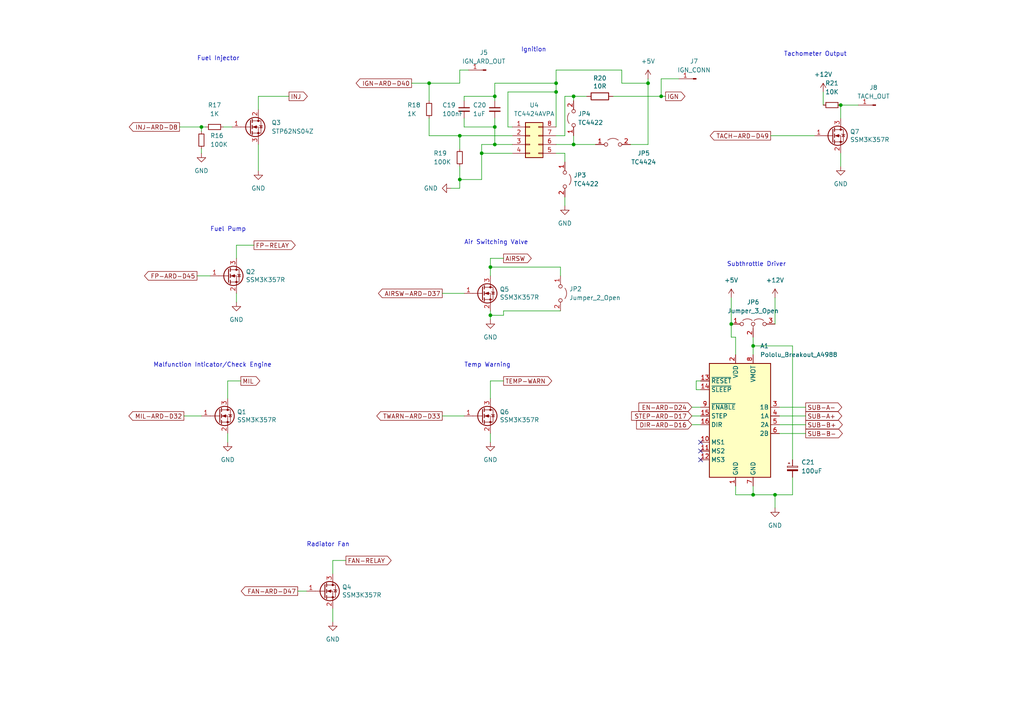
<source format=kicad_sch>
(kicad_sch (version 20211123) (generator eeschema)
  (paper "A4")
  (lib_symbols
    (symbol "Connector:Conn_01x01_Male" (pin_names (offset 1.016) hide)
      (property "Reference" "J" (at 0 2.54 0))
      (property "Value" "Conn_01x01_Male" (at 0 -2.54 0))
      (symbol "Conn_01x01_Male_1_1"
        (polyline (pts (xy 1.27 0) (xy 0.8636 0)) (stroke (width 0.1524)))
        (rectangle (start 0.8636 0.127) (end 0 -0.127) (stroke (width 0.1524)) (fill (type outline)))
        (pin passive line (at 5.08 0 180) (length 3.81) (name "Pin_1") (number "1"))
      )
    )
    (symbol "Connector_Generic:Conn_02x04_Counter_Clockwise" (pin_names (offset 1.016) hide)
      (property "Reference" "J" (at 1.27 5.08 0))
      (property "Value" "Conn_02x04_Counter_Clockwise" (at 1.27 -7.62 0))
      (symbol "Conn_02x04_Counter_Clockwise_1_1"
        (rectangle (start -1.27 -4.953) (end 0 -5.207) (stroke (width 0.1524)))
        (rectangle (start -1.27 -2.413) (end 0 -2.667) (stroke (width 0.1524)))
        (rectangle (start -1.27 0.127) (end 0 -0.127) (stroke (width 0.1524)))
        (rectangle (start -1.27 2.667) (end 0 2.413) (stroke (width 0.1524)))
        (rectangle (start -1.27 3.81) (end 3.81 -6.35) (stroke (width 0.254)) (fill (type background)))
        (rectangle (start 3.81 -4.953) (end 2.54 -5.207) (stroke (width 0.1524)))
        (rectangle (start 3.81 -2.413) (end 2.54 -2.667) (stroke (width 0.1524)))
        (rectangle (start 3.81 0.127) (end 2.54 -0.127) (stroke (width 0.1524)))
        (rectangle (start 3.81 2.667) (end 2.54 2.413) (stroke (width 0.1524)))
        (pin passive line (at -5.08 2.54 0) (length 3.81) (name "Pin_1") (number "1"))
        (pin passive line (at -5.08 0 0) (length 3.81) (name "Pin_2") (number "2"))
        (pin passive line (at -5.08 -2.54 0) (length 3.81) (name "Pin_3") (number "3"))
        (pin passive line (at -5.08 -5.08 0) (length 3.81) (name "Pin_4") (number "4"))
        (pin passive line (at 7.62 -5.08 180) (length 3.81) (name "Pin_5") (number "5"))
        (pin passive line (at 7.62 -2.54 180) (length 3.81) (name "Pin_6") (number "6"))
        (pin passive line (at 7.62 0 180) (length 3.81) (name "Pin_7") (number "7"))
        (pin passive line (at 7.62 2.54 180) (length 3.81) (name "Pin_8") (number "8"))
      )
    )
    (symbol "Device:C_Polarized_Small" (pin_numbers hide) (pin_names (offset 0.254) hide)
      (property "Reference" "C" (at 0.254 1.778 0))
      (property "Value" "C_Polarized_Small" (at 0.254 -2.032 0))
      (symbol "C_Polarized_Small_0_1"
        (rectangle (start -1.524 -0.3048) (end 1.524 -0.6858) (fill (type outline)))
        (rectangle (start -1.524 0.6858) (end 1.524 0.3048))
        (polyline (pts (xy -1.27 1.524) (xy -0.762 1.524)))
        (polyline (pts (xy -1.016 1.27) (xy -1.016 1.778)))
      )
      (symbol "C_Polarized_Small_1_1"
        (pin passive line (at 0 2.54 270) (length 1.8542) (name "~") (number "1"))
        (pin passive line (at 0 -2.54 90) (length 1.8542) (name "~") (number "2"))
      )
    )
    (symbol "Device:C_Small" (pin_numbers hide) (pin_names (offset 0.254) hide)
      (property "Reference" "C" (at 0.254 1.778 0))
      (property "Value" "C_Small" (at 0.254 -2.032 0))
      (symbol "C_Small_0_1"
        (polyline (pts (xy -1.524 -0.508) (xy 1.524 -0.508)) (stroke (width 0.3302)))
        (polyline (pts (xy -1.524 0.508) (xy 1.524 0.508)) (stroke (width 0.3048)))
      )
      (symbol "C_Small_1_1"
        (pin passive line (at 0 2.54 270) (length 2.032) (name "~") (number "1"))
        (pin passive line (at 0 -2.54 90) (length 2.032) (name "~") (number "2"))
      )
    )
    (symbol "Device:R" (pin_numbers hide) (pin_names (offset 0))
      (property "Reference" "R" (at 2.032 0 90))
      (property "Value" "R" (at 0 0 90))
      (symbol "R_0_1"
        (rectangle (start -1.016 -2.54) (end 1.016 2.54) (stroke (width 0.254)))
      )
      (symbol "R_1_1"
        (pin passive line (at 0 3.81 270) (length 1.27) (name "~") (number "1"))
        (pin passive line (at 0 -3.81 90) (length 1.27) (name "~") (number "2"))
      )
    )
    (symbol "Device:R_Small" (pin_numbers hide) (pin_names (offset 0.254) hide)
      (property "Reference" "R" (at 0.762 0.508 0))
      (property "Value" "R_Small" (at 0.762 -1.016 0))
      (symbol "R_Small_0_1"
        (rectangle (start -0.762 1.778) (end 0.762 -1.778) (stroke (width 0.2032)))
      )
      (symbol "R_Small_1_1"
        (pin passive line (at 0 2.54 270) (length 0.762) (name "~") (number "1"))
        (pin passive line (at 0 -2.54 90) (length 0.762) (name "~") (number "2"))
      )
    )
    (symbol "Driver_Motor:Pololu_Breakout_A4988"
      (property "Reference" "A" (at -2.54 19.05 0))
      (property "Value" "Pololu_Breakout_A4988" (at -2.54 16.51 0))
      (symbol "Pololu_Breakout_A4988_0_1"
        (rectangle (start 10.16 -17.78) (end -7.62 15.24) (stroke (width 0.254)) (fill (type background)))
      )
      (symbol "Pololu_Breakout_A4988_1_1"
        (pin power_in line (at 0 -20.32 90) (length 2.54) (name "GND") (number "1"))
        (pin input line (at -10.16 -7.62 0) (length 2.54) (name "MS1") (number "10"))
        (pin input line (at -10.16 -10.16 0) (length 2.54) (name "MS2") (number "11"))
        (pin input line (at -10.16 -12.7 0) (length 2.54) (name "MS3") (number "12"))
        (pin input line (at -10.16 10.16 0) (length 2.54) (name "~{RESET}") (number "13"))
        (pin input line (at -10.16 7.62 0) (length 2.54) (name "~{SLEEP}") (number "14"))
        (pin input line (at -10.16 0 0) (length 2.54) (name "STEP") (number "15"))
        (pin input line (at -10.16 -2.54 0) (length 2.54) (name "DIR") (number "16"))
        (pin power_in line (at 0 17.78 270) (length 2.54) (name "VDD") (number "2"))
        (pin output line (at 12.7 2.54 180) (length 2.54) (name "1B") (number "3"))
        (pin output line (at 12.7 0 180) (length 2.54) (name "1A") (number "4"))
        (pin output line (at 12.7 -2.54 180) (length 2.54) (name "2A") (number "5"))
        (pin output line (at 12.7 -5.08 180) (length 2.54) (name "2B") (number "6"))
        (pin power_in line (at 5.08 -20.32 90) (length 2.54) (name "GND") (number "7"))
        (pin power_in line (at 5.08 17.78 270) (length 2.54) (name "VMOT") (number "8"))
        (pin input line (at -10.16 2.54 0) (length 2.54) (name "~{ENABLE}") (number "9"))
      )
    )
    (symbol "Jumper:Jumper_2_Open" (pin_names (offset 0) hide)
      (property "Reference" "JP" (at 0 2.794 0))
      (property "Value" "Jumper_2_Open" (at 0 -2.286 0))
      (symbol "Jumper_2_Open_0_0"
        (circle (center -2.032 0) (radius 0.508))
        (circle (center 2.032 0) (radius 0.508))
      )
      (symbol "Jumper_2_Open_0_1"
        (arc (start 1.524 1.27) (mid 0 1.778) (end -1.524 1.27))
      )
      (symbol "Jumper_2_Open_1_1"
        (pin passive line (at -5.08 0 0) (length 2.54) (name "A") (number "1"))
        (pin passive line (at 5.08 0 180) (length 2.54) (name "B") (number "2"))
      )
    )
    (symbol "Jumper:Jumper_3_Open" (pin_names (offset 0) hide)
      (property "Reference" "JP" (at -2.54 -2.54 0))
      (property "Value" "Jumper_3_Open" (at 0 2.794 0))
      (symbol "Jumper_3_Open_0_0"
        (circle (center -3.302 0) (radius 0.508))
        (circle (center 0 0) (radius 0.508))
        (circle (center 3.302 0) (radius 0.508))
      )
      (symbol "Jumper_3_Open_0_1"
        (arc (start -0.254 1.016) (mid -1.651 1.4992) (end -3.048 1.016))
        (polyline (pts (xy 0 -0.508) (xy 0 -1.27)))
        (arc (start 3.048 1.016) (mid 1.651 1.4992) (end 0.254 1.016))
      )
      (symbol "Jumper_3_Open_1_1"
        (pin passive line (at -6.35 0 0) (length 2.54) (name "A") (number "1"))
        (pin input line (at 0 -3.81 90) (length 2.54) (name "C") (number "2"))
        (pin passive line (at 6.35 0 180) (length 2.54) (name "B") (number "3"))
      )
    )
    (symbol "Transistor_FET:2N7002" (pin_names hide)
      (property "Reference" "Q" (at 5.08 1.905 0))
      (property "Value" "2N7002" (at 5.08 0 0))
      (symbol "2N7002_0_1"
        (polyline (pts (xy 0.254 0) (xy -2.54 0)))
        (polyline (pts (xy 0.254 1.905) (xy 0.254 -1.905)) (stroke (width 0.254)))
        (polyline (pts (xy 0.762 -1.27) (xy 0.762 -2.286)) (stroke (width 0.254)))
        (polyline (pts (xy 0.762 0.508) (xy 0.762 -0.508)) (stroke (width 0.254)))
        (polyline (pts (xy 0.762 2.286) (xy 0.762 1.27)) (stroke (width 0.254)))
        (polyline (pts (xy 2.54 2.54) (xy 2.54 1.778)))
        (polyline (pts (xy 2.54 -2.54) (xy 2.54 0) (xy 0.762 0)))
        (polyline (pts (xy 0.762 -1.778) (xy 3.302 -1.778) (xy 3.302 1.778) (xy 0.762 1.778)))
        (polyline (pts (xy 1.016 0) (xy 2.032 0.381) (xy 2.032 -0.381) (xy 1.016 0)) (fill (type outline)))
        (polyline (pts (xy 2.794 0.508) (xy 2.921 0.381) (xy 3.683 0.381) (xy 3.81 0.254)))
        (polyline (pts (xy 3.302 0.381) (xy 2.921 -0.254) (xy 3.683 -0.254) (xy 3.302 0.381)))
        (circle (center 1.651 0) (radius 2.794) (stroke (width 0.254)))
        (circle (center 2.54 -1.778) (radius 0.254) (fill (type outline)))
        (circle (center 2.54 1.778) (radius 0.254) (fill (type outline)))
      )
      (symbol "2N7002_1_1"
        (pin input line (at -5.08 0 0) (length 2.54) (name "G") (number "1"))
        (pin passive line (at 2.54 -5.08 90) (length 2.54) (name "S") (number "2"))
        (pin passive line (at 2.54 5.08 270) (length 2.54) (name "D") (number "3"))
      )
    )
    (symbol "Transistor_FET:BUZ11" (pin_names hide)
      (property "Reference" "Q" (at 6.35 1.905 0))
      (property "Value" "BUZ11" (at 6.35 0 0))
      (symbol "BUZ11_0_1"
        (polyline (pts (xy 0.254 0) (xy -2.54 0)))
        (polyline (pts (xy 0.254 1.905) (xy 0.254 -1.905)) (stroke (width 0.254)))
        (polyline (pts (xy 0.762 -1.27) (xy 0.762 -2.286)) (stroke (width 0.254)))
        (polyline (pts (xy 0.762 0.508) (xy 0.762 -0.508)) (stroke (width 0.254)))
        (polyline (pts (xy 0.762 2.286) (xy 0.762 1.27)) (stroke (width 0.254)))
        (polyline (pts (xy 2.54 2.54) (xy 2.54 1.778)))
        (polyline (pts (xy 2.54 -2.54) (xy 2.54 0) (xy 0.762 0)))
        (polyline (pts (xy 0.762 -1.778) (xy 3.302 -1.778) (xy 3.302 1.778) (xy 0.762 1.778)))
        (polyline (pts (xy 1.016 0) (xy 2.032 0.381) (xy 2.032 -0.381) (xy 1.016 0)) (fill (type outline)))
        (polyline (pts (xy 2.794 0.508) (xy 2.921 0.381) (xy 3.683 0.381) (xy 3.81 0.254)))
        (polyline (pts (xy 3.302 0.381) (xy 2.921 -0.254) (xy 3.683 -0.254) (xy 3.302 0.381)))
        (circle (center 1.651 0) (radius 2.794) (stroke (width 0.254)))
        (circle (center 2.54 -1.778) (radius 0.254) (fill (type outline)))
        (circle (center 2.54 1.778) (radius 0.254) (fill (type outline)))
      )
      (symbol "BUZ11_1_1"
        (pin input line (at -5.08 0 0) (length 2.54) (name "G") (number "1"))
        (pin passive line (at 2.54 5.08 270) (length 2.54) (name "D") (number "2"))
        (pin passive line (at 2.54 -5.08 90) (length 2.54) (name "S") (number "3"))
      )
    )
    (symbol "power:+12V" (power) (pin_names (offset 0))
      (property "Value" "+12V" (at 0 3.556 0))
      (symbol "+12V_0_1"
        (polyline (pts (xy -0.762 1.27) (xy 0 2.54)))
        (polyline (pts (xy 0 0) (xy 0 2.54)))
        (polyline (pts (xy 0 2.54) (xy 0.762 1.27)))
      )
      (symbol "+12V_1_1"
        (pin power_in line (at 0 0 90) (length 0) hide (name "+12V") (number "1"))
      )
    )
    (symbol "power:+5V" (power) (pin_names (offset 0))
      (property "Value" "+5V" (at 0 3.556 0))
      (symbol "+5V_0_1"
        (polyline (pts (xy -0.762 1.27) (xy 0 2.54)))
        (polyline (pts (xy 0 0) (xy 0 2.54)))
        (polyline (pts (xy 0 2.54) (xy 0.762 1.27)))
      )
      (symbol "+5V_1_1"
        (pin power_in line (at 0 0 90) (length 0) hide (name "+5V") (number "1"))
      )
    )
    (symbol "power:GND" (power) (pin_names (offset 0))
      (property "Value" "GND" (at 0 -3.81 0))
      (symbol "GND_0_1"
        (polyline (pts (xy 0 0) (xy 0 -1.27) (xy 1.27 -1.27) (xy 0 -2.54) (xy -1.27 -1.27) (xy 0 -1.27)))
      )
      (symbol "GND_1_1"
        (pin power_in line (at 0 0 270) (length 0) hide (name "GND") (number "1"))
      )
    )
  )
  (junction (at 58.42 36.83))
  (junction (at 142.24 77.47))
  (junction (at 133.35 52.07))
  (junction (at 218.44 143.51))
  (junction (at 139.7 44.45))
  (junction (at 218.44 100.33))
  (junction (at 224.79 143.51))
  (junction (at 143.51 36.83))
  (junction (at 143.51 27.94))
  (junction (at 166.37 27.94))
  (junction (at 161.29 24.13))
  (junction (at 212.09 93.98))
  (junction (at 191.77 27.94))
  (junction (at 143.51 41.91))
  (junction (at 166.37 41.91))
  (junction (at 124.46 24.13))
  (junction (at 161.29 26.67))
  (junction (at 142.24 91.44))
  (junction (at 187.96 24.13))
  (junction (at 243.84 30.48))
  (junction (at 133.35 39.37))
  (no_connect (at 203.2 128.27))
  (no_connect (at 203.2 130.81))
  (no_connect (at 203.2 133.35))
  (wire (pts (xy 218.44 143.51) (xy 224.79 143.51)))
  (wire (pts (xy 161.29 26.67) (xy 161.29 36.83)))
  (wire (pts (xy 238.76 26.67) (xy 238.76 30.48)))
  (wire (pts (xy 212.09 97.79) (xy 212.09 93.98)))
  (wire (pts (xy 58.42 36.83) (xy 59.69 36.83)))
  (wire (pts (xy 124.46 34.29) (xy 124.46 39.37)))
  (wire (pts (xy 147.32 36.83) (xy 148.59 36.83)))
  (wire (pts (xy 180.34 20.32) (xy 180.34 24.13)))
  (wire (pts (xy 147.32 36.83) (xy 147.32 26.67)))
  (wire (pts (xy 243.84 44.45) (xy 243.84 48.26)))
  (wire (pts (xy 226.06 118.11) (xy 233.68 118.11)))
  (wire (pts (xy 213.36 102.87) (xy 213.36 97.79)))
  (wire (pts (xy 74.93 27.94) (xy 74.93 31.75)))
  (wire (pts (xy 163.83 27.94) (xy 166.37 27.94)))
  (wire (pts (xy 200.66 120.65) (xy 203.2 120.65)))
  (wire (pts (xy 66.04 125.73) (xy 66.04 128.27)))
  (wire (pts (xy 58.42 43.18) (xy 58.42 44.45)))
  (wire (pts (xy 143.51 24.13) (xy 161.29 24.13)))
  (wire (pts (xy 143.51 27.94) (xy 143.51 24.13)))
  (wire (pts (xy 163.83 44.45) (xy 163.83 46.99)))
  (wire (pts (xy 139.7 44.45) (xy 148.59 44.45)))
  (wire (pts (xy 142.24 77.47) (xy 142.24 80.01)))
  (wire (pts (xy 161.29 44.45) (xy 163.83 44.45)))
  (wire (pts (xy 68.58 71.12) (xy 73.66 71.12)))
  (wire (pts (xy 74.93 41.91) (xy 74.93 49.53)))
  (wire (pts (xy 134.62 36.83) (xy 143.51 36.83)))
  (wire (pts (xy 166.37 27.94) (xy 170.18 27.94)))
  (wire (pts (xy 133.35 39.37) (xy 133.35 43.18)))
  (wire (pts (xy 161.29 20.32) (xy 180.34 20.32)))
  (wire (pts (xy 163.83 39.37) (xy 163.83 27.94)))
  (wire (pts (xy 142.24 125.73) (xy 142.24 128.27)))
  (wire (pts (xy 180.34 24.13) (xy 187.96 24.13)))
  (wire (pts (xy 212.09 86.36) (xy 212.09 93.98)))
  (wire (pts (xy 134.62 34.29) (xy 134.62 36.83)))
  (wire (pts (xy 133.35 52.07) (xy 133.35 54.61)))
  (wire (pts (xy 162.56 77.47) (xy 162.56 80.01)))
  (wire (pts (xy 143.51 36.83) (xy 143.51 41.91)))
  (wire (pts (xy 53.34 120.65) (xy 58.42 120.65)))
  (wire (pts (xy 64.77 36.83) (xy 67.31 36.83)))
  (wire (pts (xy 143.51 34.29) (xy 143.51 36.83)))
  (wire (pts (xy 146.05 110.49) (xy 142.24 110.49)))
  (wire (pts (xy 224.79 143.51) (xy 224.79 147.32)))
  (wire (pts (xy 218.44 100.33) (xy 229.87 100.33)))
  (wire (pts (xy 134.62 29.21) (xy 134.62 27.94)))
  (wire (pts (xy 161.29 39.37) (xy 163.83 39.37)))
  (wire (pts (xy 133.35 24.13) (xy 133.35 20.32)))
  (wire (pts (xy 161.29 41.91) (xy 166.37 41.91)))
  (wire (pts (xy 96.52 176.53) (xy 96.52 180.34)))
  (wire (pts (xy 134.62 27.94) (xy 143.51 27.94)))
  (wire (pts (xy 200.66 123.19) (xy 203.2 123.19)))
  (wire (pts (xy 86.36 171.45) (xy 88.9 171.45)))
  (wire (pts (xy 124.46 24.13) (xy 119.38 24.13)))
  (wire (pts (xy 68.58 85.09) (xy 68.58 87.63)))
  (wire (pts (xy 139.7 44.45) (xy 139.7 52.07)))
  (wire (pts (xy 201.93 110.49) (xy 203.2 110.49)))
  (wire (pts (xy 133.35 52.07) (xy 133.35 48.26)))
  (wire (pts (xy 58.42 36.83) (xy 58.42 38.1)))
  (wire (pts (xy 201.93 113.03) (xy 201.93 110.49)))
  (wire (pts (xy 200.66 118.11) (xy 203.2 118.11)))
  (wire (pts (xy 142.24 74.93) (xy 142.24 77.47)))
  (wire (pts (xy 147.32 26.67) (xy 161.29 26.67)))
  (wire (pts (xy 203.2 113.03) (xy 201.93 113.03)))
  (wire (pts (xy 243.84 30.48) (xy 243.84 34.29)))
  (wire (pts (xy 133.35 24.13) (xy 124.46 24.13)))
  (wire (pts (xy 139.7 41.91) (xy 139.7 44.45)))
  (wire (pts (xy 177.8 27.94) (xy 191.77 27.94)))
  (wire (pts (xy 96.52 162.56) (xy 96.52 166.37)))
  (wire (pts (xy 166.37 41.91) (xy 172.72 41.91)))
  (wire (pts (xy 74.93 27.94) (xy 83.82 27.94)))
  (wire (pts (xy 218.44 97.79) (xy 218.44 100.33)))
  (wire (pts (xy 139.7 41.91) (xy 143.51 41.91)))
  (wire (pts (xy 218.44 100.33) (xy 218.44 102.87)))
  (wire (pts (xy 226.06 123.19) (xy 233.68 123.19)))
  (wire (pts (xy 146.05 90.17) (xy 146.05 91.44)))
  (wire (pts (xy 142.24 77.47) (xy 162.56 77.47)))
  (wire (pts (xy 213.36 143.51) (xy 218.44 143.51)))
  (wire (pts (xy 133.35 39.37) (xy 148.59 39.37)))
  (wire (pts (xy 213.36 140.97) (xy 213.36 143.51)))
  (wire (pts (xy 243.84 30.48) (xy 248.92 30.48)))
  (wire (pts (xy 143.51 41.91) (xy 148.59 41.91)))
  (wire (pts (xy 128.27 120.65) (xy 134.62 120.65)))
  (wire (pts (xy 161.29 20.32) (xy 161.29 24.13)))
  (wire (pts (xy 191.77 22.86) (xy 196.85 22.86)))
  (wire (pts (xy 229.87 100.33) (xy 229.87 133.35)))
  (wire (pts (xy 163.83 57.15) (xy 163.83 59.69)))
  (wire (pts (xy 124.46 39.37) (xy 133.35 39.37)))
  (wire (pts (xy 166.37 27.94) (xy 166.37 29.21)))
  (wire (pts (xy 226.06 120.65) (xy 233.68 120.65)))
  (wire (pts (xy 52.07 36.83) (xy 58.42 36.83)))
  (wire (pts (xy 128.27 85.09) (xy 134.62 85.09)))
  (wire (pts (xy 143.51 29.21) (xy 143.51 27.94)))
  (wire (pts (xy 133.35 20.32) (xy 135.89 20.32)))
  (wire (pts (xy 162.56 90.17) (xy 146.05 90.17)))
  (wire (pts (xy 146.05 91.44) (xy 142.24 91.44)))
  (wire (pts (xy 142.24 90.17) (xy 142.24 91.44)))
  (wire (pts (xy 213.36 97.79) (xy 212.09 97.79)))
  (wire (pts (xy 191.77 27.94) (xy 191.77 22.86)))
  (wire (pts (xy 223.52 39.37) (xy 236.22 39.37)))
  (wire (pts (xy 229.87 138.43) (xy 229.87 143.51)))
  (wire (pts (xy 191.77 27.94) (xy 193.04 27.94)))
  (wire (pts (xy 187.96 22.86) (xy 187.96 24.13)))
  (wire (pts (xy 142.24 91.44) (xy 142.24 92.71)))
  (wire (pts (xy 182.88 41.91) (xy 187.96 41.91)))
  (wire (pts (xy 69.85 110.49) (xy 66.04 110.49)))
  (wire (pts (xy 187.96 24.13) (xy 187.96 41.91)))
  (wire (pts (xy 139.7 52.07) (xy 133.35 52.07)))
  (wire (pts (xy 166.37 41.91) (xy 166.37 39.37)))
  (wire (pts (xy 130.81 54.61) (xy 133.35 54.61)))
  (wire (pts (xy 226.06 125.73) (xy 233.68 125.73)))
  (wire (pts (xy 161.29 24.13) (xy 161.29 26.67)))
  (wire (pts (xy 142.24 110.49) (xy 142.24 115.57)))
  (wire (pts (xy 124.46 24.13) (xy 124.46 29.21)))
  (wire (pts (xy 224.79 143.51) (xy 229.87 143.51)))
  (wire (pts (xy 146.05 74.93) (xy 142.24 74.93)))
  (wire (pts (xy 66.04 110.49) (xy 66.04 115.57)))
  (wire (pts (xy 68.58 71.12) (xy 68.58 74.93)))
  (wire (pts (xy 218.44 140.97) (xy 218.44 143.51)))
  (wire (pts (xy 96.52 162.56) (xy 100.33 162.56)))
  (wire (pts (xy 57.15 80.01) (xy 60.96 80.01)))
  (wire (pts (xy 224.79 86.36) (xy 224.79 93.98)))
  (text "Radiator Fan" (at 88.9 158.75 0) (effects (font (size 1.27 1.27)) (justify left bottom)))
  (text "Fuel Pump\n" (at 60.96 67.31 0) (effects (font (size 1.27 1.27)) (justify left bottom)))
  (text "Ignition" (at 151.13 15.24 0) (effects (font (size 1.27 1.27)) (justify left bottom)))
  (text "Fuel Injector" (at 57.15 17.78 0) (effects (font (size 1.27 1.27)) (justify left bottom)))
  (text "Malfunction Inticator/Check Engine" (at 44.45 106.68 0) (effects (font (size 1.27 1.27)) (justify left bottom)))
  (text "Tachometer Output" (at 227.33 16.51 0) (effects (font (size 1.27 1.27)) (justify left bottom)))
  (text "Subthrottle Driver" (at 210.82 77.47 0) (effects (font (size 1.27 1.27)) (justify left bottom)))
  (text "Air Switching Valve" (at 134.62 71.12 0) (effects (font (size 1.27 1.27)) (justify left bottom)))
  (text "Temp Warning" (at 134.62 106.68 0) (effects (font (size 1.27 1.27)) (justify left bottom)))
  (global_label "TWARN-ARD-D33" (shape output) (at 128.27 120.65 180) (property "Intersheet References" "${INTERSHEET_REFS}" (effects hide)))
  (global_label "SUB-B+" (shape output) (at 233.68 123.19 0) (property "Intersheet References" "${INTERSHEET_REFS}" (effects hide)))
  (global_label "INJ" (shape output) (at 83.82 27.94 0) (property "Intersheet References" "${INTERSHEET_REFS}" (effects hide)))
  (global_label "AIRSW-ARD-D37" (shape output) (at 128.27 85.09 180) (property "Intersheet References" "${INTERSHEET_REFS}" (effects hide)))
  (global_label "FP-ARD-D45" (shape output) (at 57.15 80.01 180) (property "Intersheet References" "${INTERSHEET_REFS}" (effects hide)))
  (global_label "DIR-ARD-D16" (shape input) (at 200.66 123.19 180) (property "Intersheet References" "${INTERSHEET_REFS}" (effects hide)))
  (global_label "STEP-ARD-D17" (shape input) (at 200.66 120.65 180) (property "Intersheet References" "${INTERSHEET_REFS}" (effects hide)))
  (global_label "FAN-ARD-D47" (shape output) (at 86.36 171.45 180) (property "Intersheet References" "${INTERSHEET_REFS}" (effects hide)))
  (global_label "TEMP-WARN" (shape output) (at 146.05 110.49 0) (property "Intersheet References" "${INTERSHEET_REFS}" (effects hide)))
  (global_label "SUB-A+" (shape output) (at 233.68 120.65 0) (property "Intersheet References" "${INTERSHEET_REFS}" (effects hide)))
  (global_label "IGN" (shape output) (at 193.04 27.94 0) (property "Intersheet References" "${INTERSHEET_REFS}" (effects hide)))
  (global_label "FAN-RELAY" (shape output) (at 100.33 162.56 0) (property "Intersheet References" "${INTERSHEET_REFS}" (effects hide)))
  (global_label "MIL" (shape output) (at 69.85 110.49 0) (property "Intersheet References" "${INTERSHEET_REFS}" (effects hide)))
  (global_label "FP-RELAY" (shape output) (at 73.66 71.12 0) (property "Intersheet References" "${INTERSHEET_REFS}" (effects hide)))
  (global_label "MIL-ARD-D32" (shape output) (at 53.34 120.65 180) (property "Intersheet References" "${INTERSHEET_REFS}" (effects hide)))
  (global_label "IGN-ARD-D40" (shape output) (at 119.38 24.13 180) (property "Intersheet References" "${INTERSHEET_REFS}" (effects hide)))
  (global_label "SUB-A-" (shape output) (at 233.68 118.11 0) (property "Intersheet References" "${INTERSHEET_REFS}" (effects hide)))
  (global_label "TACH-ARD-D49" (shape output) (at 223.52 39.37 180) (property "Intersheet References" "${INTERSHEET_REFS}" (effects hide)))
  (global_label "INJ-ARD-D8" (shape output) (at 52.07 36.83 180) (property "Intersheet References" "${INTERSHEET_REFS}" (effects hide)))
  (global_label "AIRSW" (shape output) (at 146.05 74.93 0) (property "Intersheet References" "${INTERSHEET_REFS}" (effects hide)))
  (global_label "EN-ARD-D24" (shape input) (at 200.66 118.11 180) (property "Intersheet References" "${INTERSHEET_REFS}" (effects hide)))
  (global_label "SUB-B-" (shape output) (at 233.68 125.73 0) (property "Intersheet References" "${INTERSHEET_REFS}" (effects hide)))
  (symbol (lib_id "power:+5V") (at 212.09 86.36 0) (unit 1)
    (property "Reference" "#PWR048" (effects hide))
    (property "Value" "+5V" (at 212.09 81.28 0))
  )
  (symbol (lib_id "Connector_Generic:Conn_02x04_Counter_Clockwise") (at 153.67 39.37 0) (unit 1)
    (property "Reference" "U4" (at 154.94 30.48 0))
    (property "Value" "TC4424AVPA" (at 154.94 33.02 0))
    (property "Footprint" "Package_DIP:DIP-8_W7.62mm_Socket" (effects hide))
  )
  (symbol (lib_id "Device:R_Small") (at 62.23 36.83 90) (unit 1)
    (property "Reference" "R17" (at 62.23 30.48 90))
    (property "Value" "1K" (at 62.23 33.02 90))
    (property "Footprint" "Resistor_THT:R_Axial_DIN0204_L3.6mm_D1.6mm_P5.08mm_Horizontal" (effects hide))
  )
  (symbol (lib_id "Device:C_Polarized_Small") (at 229.87 135.89 0) (unit 1)
    (property "Reference" "C21" (at 232.41 134.0738 0) (effects (justify left)))
    (property "Value" "100uF" (at 232.41 136.6138 0) (effects (justify left)))
    (property "Footprint" "Capacitor_THT:CP_Radial_D5.0mm_P2.50mm" (effects hide))
  )
  (symbol (lib_id "power:GND") (at 130.81 54.61 270) (unit 1)
    (property "Reference" "#PWR043" (effects hide))
    (property "Value" "GND" (at 127 54.6099 90) (effects (justify right)))
  )
  (symbol (lib_id "power:GND") (at 96.52 180.34 0) (unit 1)
    (property "Reference" "#PWR042" (effects hide))
    (property "Value" "GND" (at 96.52 185.42 0))
  )
  (symbol (lib_id "Device:R") (at 173.99 27.94 270) (unit 1)
    (property "Reference" "R20" (at 173.99 22.6822 90))
    (property "Value" "10R" (at 173.99 24.9936 90))
    (property "Footprint" "Resistor_THT:R_Axial_DIN0204_L3.6mm_D1.6mm_P5.08mm_Horizontal" (effects hide))
    (property "Digikey Part Number" "311-10.0CRCT-ND" (effects hide))
    (property "Manufacturer_Name" "Yageo" (effects hide))
    (property "Manufacturer_Part_Number" "RC0805FR-0710RL" (effects hide))
    (property "URL" "https://www.digikey.com/product-detail/en/yageo/RC0805FR-0710RL/311-10.0CRCT-ND/730481" (effects hide))
  )
  (symbol (lib_id "Transistor_FET:BUZ11") (at 72.39 36.83 0) (unit 1)
    (property "Reference" "Q3" (at 78.74 35.5599 0) (effects (justify left)))
    (property "Value" "STP62NS04Z" (at 78.74 38.0999 0) (effects (justify left)))
    (property "Footprint" "Package_TO_SOT_THT:TO-220-3_Horizontal_TabDown" (effects hide))
    (property "Datasheet" "https://media.digikey.com/pdf/Data%20Sheets/Fairchild%20PDFs/BUZ11.pdf" (effects hide))
  )
  (symbol (lib_id "Device:C_Small") (at 143.51 31.75 0) (unit 1)
    (property "Reference" "C20" (at 137.16 30.48 0) (effects (justify left)))
    (property "Value" "1uF" (at 137.16 33.02 0) (effects (justify left)))
    (property "Footprint" "Capacitor_THT:C_Disc_D5.0mm_W2.5mm_P2.50mm" (effects hide))
  )
  (symbol (lib_id "power:GND") (at 142.24 128.27 0) (unit 1)
    (property "Reference" "#PWR045" (effects hide))
    (property "Value" "GND" (at 142.24 133.35 0))
  )
  (symbol (lib_id "Device:R_Small") (at 133.35 45.72 0) (unit 1)
    (property "Reference" "R19" (at 125.73 44.45 0) (effects (justify left)))
    (property "Value" "100K" (at 125.73 46.99 0) (effects (justify left)))
    (property "Footprint" "Resistor_THT:R_Axial_DIN0204_L3.6mm_D1.6mm_P5.08mm_Horizontal" (effects hide))
  )
  (symbol (lib_id "power:GND") (at 224.79 147.32 0) (unit 1)
    (property "Reference" "#PWR050" (effects hide))
    (property "Value" "GND" (at 224.79 152.4 0))
  )
  (symbol (lib_id "Device:C_Small") (at 134.62 31.75 0) (unit 1)
    (property "Reference" "C19" (at 128.27 30.48 0) (effects (justify left)))
    (property "Value" "100nF" (at 128.27 33.02 0) (effects (justify left)))
    (property "Footprint" "Capacitor_THT:C_Disc_D5.0mm_W2.5mm_P2.50mm" (effects hide))
  )
  (symbol (lib_id "Transistor_FET:2N7002") (at 139.7 85.09 0) (unit 1)
    (property "Reference" "Q5" (at 144.9324 83.9216 0) (effects (justify left)))
    (property "Value" "SSM3K357R" (at 144.9324 86.233 0) (effects (justify left)))
    (property "Footprint" "Package_TO_SOT_SMD:SOT-23" (effects hide))
    (property "Datasheet" "https://www.mouser.com/datasheet/2/408/SSM3K357R_datasheet_en_20180124-1316146.pdf" (effects hide))
    (property "Digikey Part Number" "SSM3K357RLFCT-ND " (effects hide))
    (property "Manufacturer_Name" "Toshiba" (effects hide))
    (property "Manufacturer_Part_Number" "SSM3K357R" (effects hide))
    (property "URL" "https://www.digikey.com.au/product-detail/en/toshiba-semiconductor-and-storage/SSM3K357RLF/SSM3K357RLFCT-ND/8611183" (effects hide))
  )
  (symbol (lib_id "power:+12V") (at 224.79 86.36 0) (unit 1)
    (property "Reference" "#PWR049" (effects hide))
    (property "Value" "+12V" (at 224.79 81.28 0))
  )
  (symbol (lib_id "Jumper:Jumper_2_Open") (at 177.8 41.91 0) (unit 1)
    (property "Reference" "JP5" (at 186.69 44.45 0))
    (property "Value" "TC4424" (at 186.69 46.99 0))
    (property "Footprint" "Jumper:SolderJumper-2_P1.3mm_Open_RoundedPad1.0x1.5mm" (effects hide))
  )
  (symbol (lib_id "power:+12V") (at 238.76 26.67 0) (unit 1)
    (property "Reference" "#PWR051" (effects hide))
    (property "Value" "+12V" (at 238.76 21.59 0))
  )
  (symbol (lib_id "power:GND") (at 66.04 128.27 0) (unit 1)
    (property "Reference" "#PWR039" (effects hide))
    (property "Value" "GND" (at 66.04 133.35 0))
  )
  (symbol (lib_id "Jumper:Jumper_2_Open") (at 166.37 34.29 90) (unit 1)
    (property "Reference" "JP4" (at 167.64 33.0199 90) (effects (justify right)))
    (property "Value" "TC4422" (at 167.64 35.5599 90) (effects (justify right)))
    (property "Footprint" "Jumper:SolderJumper-2_P1.3mm_Open_RoundedPad1.0x1.5mm" (effects hide))
  )
  (symbol (lib_id "Driver_Motor:Pololu_Breakout_A4988") (at 213.36 120.65 0) (unit 1)
    (property "Reference" "A1" (at 220.4594 100.33 0) (effects (justify left)))
    (property "Value" "Pololu_Breakout_A4988" (at 220.4594 102.87 0) (effects (justify left)))
    (property "Footprint" "Module:Pololu_Breakout-16_15.2x20.3mm" (effects hide))
    (property "Datasheet" "https://www.pololu.com/product/2980/pictures" (effects hide))
  )
  (symbol (lib_id "Jumper:Jumper_2_Open") (at 162.56 85.09 270) (unit 1)
    (property "Reference" "JP2" (at 165.1 83.8199 90) (effects (justify left)))
    (property "Value" "Jumper_2_Open" (at 165.1 86.3599 90) (effects (justify left)))
    (property "Footprint" "Jumper:SolderJumper-2_P1.3mm_Open_RoundedPad1.0x1.5mm" (effects hide))
  )
  (symbol (lib_id "power:GND") (at 68.58 87.63 0) (unit 1)
    (property "Reference" "#PWR040" (effects hide))
    (property "Value" "GND" (at 68.58 92.71 0))
  )
  (symbol (lib_id "power:GND") (at 163.83 59.69 0) (unit 1)
    (property "Reference" "#PWR046" (effects hide))
    (property "Value" "GND" (at 163.83 64.77 0))
  )
  (symbol (lib_id "power:GND") (at 142.24 92.71 0) (unit 1)
    (property "Reference" "#PWR044" (effects hide))
    (property "Value" "GND" (at 142.24 97.79 0))
  )
  (symbol (lib_id "power:+5V") (at 187.96 22.86 0) (unit 1)
    (property "Reference" "#PWR047" (effects hide))
    (property "Value" "+5V" (at 187.96 17.78 0))
  )
  (symbol (lib_id "Transistor_FET:2N7002") (at 63.5 120.65 0) (unit 1)
    (property "Reference" "Q1" (at 68.7324 119.4816 0) (effects (justify left)))
    (property "Value" "SSM3K357R" (at 68.7324 121.793 0) (effects (justify left)))
    (property "Footprint" "Package_TO_SOT_SMD:SOT-23" (effects hide))
    (property "Datasheet" "https://www.mouser.com/datasheet/2/408/SSM3K357R_datasheet_en_20180124-1316146.pdf" (effects hide))
    (property "Digikey Part Number" "SSM3K357RLFCT-ND " (effects hide))
    (property "Manufacturer_Name" "Toshiba" (effects hide))
    (property "Manufacturer_Part_Number" "SSM3K357R" (effects hide))
    (property "URL" "https://www.digikey.com.au/product-detail/en/toshiba-semiconductor-and-storage/SSM3K357RLF/SSM3K357RLFCT-ND/8611183" (effects hide))
  )
  (symbol (lib_id "Transistor_FET:2N7002") (at 66.04 80.01 0) (unit 1)
    (property "Reference" "Q2" (at 71.2724 78.8416 0) (effects (justify left)))
    (property "Value" "SSM3K357R" (at 71.2724 81.153 0) (effects (justify left)))
    (property "Footprint" "Package_TO_SOT_SMD:SOT-23" (effects hide))
    (property "Datasheet" "https://www.mouser.com/datasheet/2/408/SSM3K357R_datasheet_en_20180124-1316146.pdf" (effects hide))
    (property "Digikey Part Number" "SSM3K357RLFCT-ND " (effects hide))
    (property "Manufacturer_Name" "Toshiba" (effects hide))
    (property "Manufacturer_Part_Number" "SSM3K357R" (effects hide))
    (property "URL" "https://www.digikey.com.au/product-detail/en/toshiba-semiconductor-and-storage/SSM3K357RLF/SSM3K357RLFCT-ND/8611183" (effects hide))
  )
  (symbol (lib_id "Connector:Conn_01x01_Male") (at 201.93 22.86 180) (unit 1)
    (property "Reference" "J7" (at 201.295 17.78 0))
    (property "Value" "IGN_CONN" (at 201.295 20.32 0))
    (property "Footprint" "Connector_PinHeader_2.54mm:PinHeader_1x01_P2.54mm_Vertical" (effects hide))
  )
  (symbol (lib_id "Jumper:Jumper_2_Open") (at 163.83 52.07 270) (unit 1)
    (property "Reference" "JP3" (at 166.37 50.7999 90) (effects (justify left)))
    (property "Value" "TC4422" (at 166.37 53.3399 90) (effects (justify left)))
    (property "Footprint" "Jumper:SolderJumper-2_P1.3mm_Open_RoundedPad1.0x1.5mm" (effects hide))
  )
  (symbol (lib_id "Transistor_FET:2N7002") (at 139.7 120.65 0) (unit 1)
    (property "Reference" "Q6" (at 144.9324 119.4816 0) (effects (justify left)))
    (property "Value" "SSM3K357R" (at 144.9324 121.793 0) (effects (justify left)))
    (property "Footprint" "Package_TO_SOT_SMD:SOT-23" (effects hide))
    (property "Datasheet" "https://www.mouser.com/datasheet/2/408/SSM3K357R_datasheet_en_20180124-1316146.pdf" (effects hide))
    (property "Digikey Part Number" "SSM3K357RLFCT-ND " (effects hide))
    (property "Manufacturer_Name" "Toshiba" (effects hide))
    (property "Manufacturer_Part_Number" "SSM3K357R" (effects hide))
    (property "URL" "https://www.digikey.com.au/product-detail/en/toshiba-semiconductor-and-storage/SSM3K357RLF/SSM3K357RLFCT-ND/8611183" (effects hide))
  )
  (symbol (lib_id "Connector:Conn_01x01_Male") (at 254 30.48 180) (unit 1)
    (property "Reference" "J8" (at 253.365 25.4 0))
    (property "Value" "TACH_OUT" (at 253.365 27.94 0))
    (property "Footprint" "Connector_PinHeader_2.54mm:PinHeader_1x01_P2.54mm_Vertical" (effects hide))
  )
  (symbol (lib_id "Device:R_Small") (at 58.42 40.64 0) (unit 1)
    (property "Reference" "R16" (at 60.96 39.3699 0) (effects (justify left)))
    (property "Value" "100K" (at 60.96 41.9099 0) (effects (justify left)))
    (property "Footprint" "Resistor_THT:R_Axial_DIN0204_L3.6mm_D1.6mm_P5.08mm_Horizontal" (effects hide))
  )
  (symbol (lib_id "Connector:Conn_01x01_Male") (at 140.97 20.32 180) (unit 1)
    (property "Reference" "J5" (at 140.335 15.24 0))
    (property "Value" "IGN_ARD_OUT" (at 140.335 17.78 0))
    (property "Footprint" "Connector_PinHeader_2.54mm:PinHeader_1x01_P2.54mm_Vertical" (effects hide))
  )
  (symbol (lib_id "Jumper:Jumper_3_Open") (at 218.44 93.98 0) (unit 1)
    (property "Reference" "JP6" (at 218.44 87.63 0))
    (property "Value" "Jumper_3_Open" (at 218.44 90.17 0))
    (property "Footprint" "Connector_PinHeader_2.54mm:PinHeader_1x03_P2.54mm_Vertical" (effects hide))
  )
  (symbol (lib_id "Transistor_FET:2N7002") (at 93.98 171.45 0) (unit 1)
    (property "Reference" "Q4" (at 99.2124 170.2816 0) (effects (justify left)))
    (property "Value" "SSM3K357R" (at 99.2124 172.593 0) (effects (justify left)))
    (property "Footprint" "Package_TO_SOT_SMD:SOT-23" (effects hide))
    (property "Datasheet" "https://www.mouser.com/datasheet/2/408/SSM3K357R_datasheet_en_20180124-1316146.pdf" (effects hide))
    (property "Digikey Part Number" "SSM3K357RLFCT-ND " (effects hide))
    (property "Manufacturer_Name" "Toshiba" (effects hide))
    (property "Manufacturer_Part_Number" "SSM3K357R" (effects hide))
    (property "URL" "https://www.digikey.com.au/product-detail/en/toshiba-semiconductor-and-storage/SSM3K357RLF/SSM3K357RLFCT-ND/8611183" (effects hide))
  )
  (symbol (lib_id "power:GND") (at 74.93 49.53 0) (unit 1)
    (property "Reference" "#PWR041" (effects hide))
    (property "Value" "GND" (at 74.93 54.61 0))
  )
  (symbol (lib_id "Transistor_FET:2N7002") (at 241.3 39.37 0) (unit 1)
    (property "Reference" "Q7" (at 246.5324 38.2016 0) (effects (justify left)))
    (property "Value" "SSM3K357R" (at 246.5324 40.513 0) (effects (justify left)))
    (property "Footprint" "Package_TO_SOT_SMD:SOT-23" (effects hide))
    (property "Datasheet" "https://www.mouser.com/datasheet/2/408/SSM3K357R_datasheet_en_20180124-1316146.pdf" (effects hide))
    (property "Digikey Part Number" "SSM3K357RLFCT-ND " (effects hide))
    (property "Manufacturer_Name" "Toshiba" (effects hide))
    (property "Manufacturer_Part_Number" "SSM3K357R" (effects hide))
    (property "URL" "https://www.digikey.com.au/product-detail/en/toshiba-semiconductor-and-storage/SSM3K357RLF/SSM3K357RLFCT-ND/8611183" (effects hide))
  )
  (symbol (lib_id "Device:R_Small") (at 124.46 31.75 0) (unit 1)
    (property "Reference" "R18" (at 118.11 30.48 0) (effects (justify left)))
    (property "Value" "1K" (at 118.11 33.02 0) (effects (justify left)))
    (property "Footprint" "Resistor_THT:R_Axial_DIN0204_L3.6mm_D1.6mm_P5.08mm_Horizontal" (effects hide))
  )
  (symbol (lib_id "power:GND") (at 58.42 44.45 0) (unit 1)
    (property "Reference" "#PWR038" (effects hide))
    (property "Value" "GND" (at 58.42 49.53 0))
  )
  (symbol (lib_id "Device:R_Small") (at 241.3 30.48 270) (unit 1)
    (property "Reference" "R21" (at 241.3 24.13 90))
    (property "Value" "10K" (at 241.3 26.67 90))
    (property "Footprint" "Resistor_THT:R_Axial_DIN0204_L3.6mm_D1.6mm_P5.08mm_Horizontal" (effects hide))
  )
  (symbol (lib_id "power:GND") (at 243.84 48.26 0) (unit 1)
    (property "Reference" "#PWR052" (effects hide))
    (property "Value" "GND" (at 243.84 53.34 0))
  )
)
</source>
